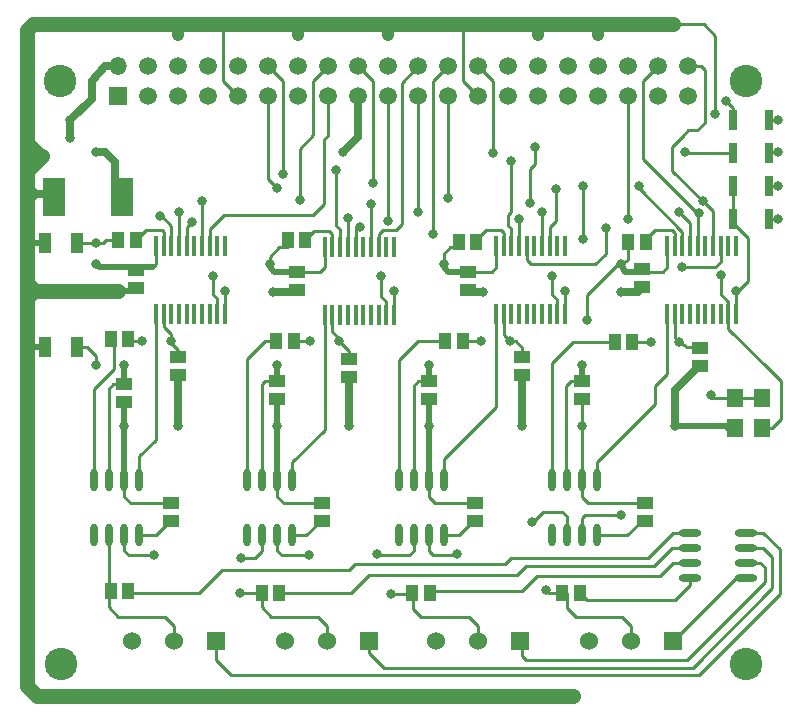
<source format=gtl>
G04 Layer_Physical_Order=1*
G04 Layer_Color=255*
%FSLAX25Y25*%
%MOIN*%
G70*
G01*
G75*
%ADD10R,0.04331X0.05512*%
%ADD11R,0.05512X0.04331*%
%ADD12O,0.02362X0.07480*%
%ADD13R,0.04331X0.06693*%
%ADD14R,0.07283X0.12500*%
%ADD15O,0.07480X0.02362*%
%ADD16R,0.01600X0.07000*%
%ADD17R,0.05500X0.06400*%
%ADD18C,0.02500*%
%ADD19C,0.01000*%
%ADD20C,0.04000*%
%ADD21C,0.02000*%
%ADD22C,0.05000*%
%ADD23R,0.03000X0.06500*%
%ADD24R,0.06000X0.06000*%
%ADD25C,0.06000*%
%ADD26C,0.10800*%
%ADD27R,0.05905X0.05905*%
%ADD28O,0.05905X0.05905*%
%ADD29C,0.05905*%
%ADD30C,0.03200*%
%ADD31C,0.05000*%
D10*
X475953Y336500D02*
D03*
X470047D02*
D03*
X419453D02*
D03*
X413547D02*
D03*
X362453Y337000D02*
D03*
X356547D02*
D03*
X305953Y337000D02*
D03*
X300047D02*
D03*
X471453Y303000D02*
D03*
X465547D02*
D03*
X414953Y303500D02*
D03*
X409047D02*
D03*
X358500Y303500D02*
D03*
X352594D02*
D03*
X297547Y304000D02*
D03*
X303453D02*
D03*
X453905Y219500D02*
D03*
X448000D02*
D03*
X403905Y219370D02*
D03*
X398000D02*
D03*
X353776Y219500D02*
D03*
X347870D02*
D03*
X303453Y220000D02*
D03*
X297547D02*
D03*
D11*
X474500Y321547D02*
D03*
Y327453D02*
D03*
X416500Y320547D02*
D03*
Y326453D02*
D03*
X359500Y320547D02*
D03*
Y326453D02*
D03*
X306000Y321047D02*
D03*
Y326953D02*
D03*
X475500Y243547D02*
D03*
Y249453D02*
D03*
X494000Y300953D02*
D03*
Y295047D02*
D03*
X434500Y298000D02*
D03*
Y292094D02*
D03*
X377000Y297453D02*
D03*
Y291547D02*
D03*
X320000Y297953D02*
D03*
Y292047D02*
D03*
X302000Y288953D02*
D03*
Y283047D02*
D03*
X454500Y289953D02*
D03*
Y284047D02*
D03*
X403500Y289953D02*
D03*
Y284047D02*
D03*
X353000Y290000D02*
D03*
Y284095D02*
D03*
X419000Y243547D02*
D03*
Y249453D02*
D03*
X368000Y243547D02*
D03*
Y249453D02*
D03*
X317500Y243547D02*
D03*
Y249453D02*
D03*
D12*
X444500Y238748D02*
D03*
X449500D02*
D03*
X454500D02*
D03*
X459500D02*
D03*
X444500Y257252D02*
D03*
X449500D02*
D03*
X454500D02*
D03*
X459500D02*
D03*
X393500Y238748D02*
D03*
X398500D02*
D03*
X403500D02*
D03*
X408500D02*
D03*
X393500Y257252D02*
D03*
X398500D02*
D03*
X403500D02*
D03*
X408500D02*
D03*
X343000Y238748D02*
D03*
X348000D02*
D03*
X353000D02*
D03*
X358000D02*
D03*
X343000Y257252D02*
D03*
X348000D02*
D03*
X353000D02*
D03*
X358000D02*
D03*
X292000Y238748D02*
D03*
X297000D02*
D03*
X302000D02*
D03*
X307000D02*
D03*
X292000Y257252D02*
D03*
X297000D02*
D03*
X302000D02*
D03*
X307000D02*
D03*
D13*
X286315Y301500D02*
D03*
X275685D02*
D03*
X286315Y336000D02*
D03*
X275685D02*
D03*
D14*
X301441Y351500D02*
D03*
X278500D02*
D03*
D15*
X509252Y224500D02*
D03*
Y229500D02*
D03*
Y234500D02*
D03*
Y239500D02*
D03*
X490748Y224500D02*
D03*
Y229500D02*
D03*
Y234500D02*
D03*
Y239500D02*
D03*
D16*
X482968Y312400D02*
D03*
X485527D02*
D03*
X488087D02*
D03*
X490646D02*
D03*
X493205D02*
D03*
X495764D02*
D03*
X498323D02*
D03*
X500882D02*
D03*
X503441D02*
D03*
X506000D02*
D03*
Y335000D02*
D03*
X503441D02*
D03*
X500882D02*
D03*
X498323D02*
D03*
X495764D02*
D03*
X493205D02*
D03*
X490646D02*
D03*
X488087D02*
D03*
X485527D02*
D03*
X482968D02*
D03*
X425968Y312400D02*
D03*
X428527D02*
D03*
X431087D02*
D03*
X433646D02*
D03*
X436205D02*
D03*
X438764D02*
D03*
X441323D02*
D03*
X443882D02*
D03*
X446441D02*
D03*
X449000D02*
D03*
Y335000D02*
D03*
X446441D02*
D03*
X443882D02*
D03*
X441323D02*
D03*
X438764D02*
D03*
X436205D02*
D03*
X433646D02*
D03*
X431087D02*
D03*
X428527D02*
D03*
X425968D02*
D03*
X368900Y312050D02*
D03*
X371459D02*
D03*
X374018D02*
D03*
X376577D02*
D03*
X379136D02*
D03*
X381695D02*
D03*
X384254D02*
D03*
X386813D02*
D03*
X389372D02*
D03*
X391932D02*
D03*
Y334650D02*
D03*
X389372D02*
D03*
X386813D02*
D03*
X384254D02*
D03*
X381695D02*
D03*
X379136D02*
D03*
X376577D02*
D03*
X374018D02*
D03*
X371459D02*
D03*
X368900D02*
D03*
X312605Y334950D02*
D03*
X315164D02*
D03*
X317723D02*
D03*
X320282D02*
D03*
X322841D02*
D03*
X325400D02*
D03*
X327959D02*
D03*
X330518D02*
D03*
X333077D02*
D03*
X335636D02*
D03*
Y312350D02*
D03*
X333077D02*
D03*
X330518D02*
D03*
X327959D02*
D03*
X325400D02*
D03*
X322841D02*
D03*
X320282D02*
D03*
X317723D02*
D03*
X315164D02*
D03*
X312605D02*
D03*
D17*
X505500Y274500D02*
D03*
X514500D02*
D03*
X505500Y284500D02*
D03*
X514500D02*
D03*
D18*
X284000Y377000D02*
X291213Y384212D01*
Y390189D01*
X295736Y395090D01*
X299750Y395250D01*
X284000Y371000D02*
Y377000D01*
X418116Y319932D02*
X421500D01*
X473384D02*
X474500Y321047D01*
X467500Y319932D02*
X473384D01*
X351500D02*
X359000D01*
X270000Y316000D02*
X274000Y320000D01*
X270000Y324000D02*
X274000Y320000D01*
X485621Y286976D02*
X493443Y294797D01*
X485621Y275000D02*
Y286976D01*
X434750Y274953D02*
Y292370D01*
X377000Y275000D02*
Y291547D01*
X320000Y275000D02*
Y292047D01*
X270000Y352500D02*
X277500D01*
X299000Y353059D02*
Y363000D01*
X269000Y382500D02*
X269500Y383000D01*
X380000Y371500D02*
Y385000D01*
X375000Y366500D02*
X380000Y371500D01*
X292500Y366500D02*
X295500D01*
X299000Y363000D01*
D19*
X456405Y310500D02*
Y318905D01*
X466500Y329000D01*
X467500D01*
X484750Y360250D02*
X495000Y350000D01*
X484750Y360250D02*
Y368250D01*
X489767Y366500D02*
X490267Y366000D01*
X504500D01*
X484750Y368250D02*
X488375Y371875D01*
X493125Y373625D02*
X495500Y376000D01*
X490125Y373625D02*
X493125D01*
X488375Y371875D02*
X490125Y373625D01*
X495500Y376000D02*
Y393764D01*
X485000Y409000D02*
X495264D01*
X499000Y405264D01*
Y379000D02*
Y405264D01*
X517000Y344000D02*
X520000D01*
X517500Y355000D02*
X520000D01*
X517000Y366500D02*
X520000D01*
X517000Y377000D02*
X520000D01*
X502500Y383500D02*
X505000Y381000D01*
Y378000D02*
Y381000D01*
X501000Y319000D02*
Y325500D01*
Y319000D02*
X503441Y316559D01*
Y312400D02*
Y316559D01*
X444500Y324000D02*
X445500Y325000D01*
X444500Y319154D02*
Y324000D01*
Y319154D02*
X446441Y317213D01*
Y312400D02*
Y317213D01*
X387500Y318372D02*
Y325000D01*
Y318372D02*
X389372Y316500D01*
Y312050D02*
Y316500D01*
X333000Y314500D02*
Y317500D01*
X331500Y319000D02*
X333000Y317500D01*
X331500Y319000D02*
Y325000D01*
X333077Y312350D02*
Y315512D01*
X405000Y339000D02*
Y369500D01*
X314000Y345000D02*
X314500D01*
X317723Y341777D01*
Y334950D02*
Y341777D01*
X475000Y364087D02*
X485000Y354087D01*
X475000Y364087D02*
Y390000D01*
X474000Y354000D02*
Y356000D01*
X475000Y390000D02*
X480000Y395000D01*
X335000Y390000D02*
Y409000D01*
Y390000D02*
X340000Y385000D01*
X415000Y390000D02*
X420000Y385000D01*
X415000Y390000D02*
Y409000D01*
X405000Y369500D02*
Y390000D01*
X410000Y395000D01*
X392500Y340500D02*
X394500Y342500D01*
X388313Y340500D02*
X392500D01*
X394500Y389500D02*
X400000Y395000D01*
X394500Y342500D02*
Y389500D01*
X505000Y342854D02*
Y355500D01*
Y342854D02*
X510000Y337854D01*
Y323500D02*
Y337854D01*
X506500Y320000D02*
X510000Y323500D01*
X506000Y320000D02*
X506500D01*
X495000Y350000D02*
X498323Y346677D01*
Y335000D02*
Y346677D01*
X493205Y342205D02*
Y345882D01*
X485000Y354087D02*
X488220Y350867D01*
X493205Y345882D01*
X488087Y335000D02*
Y339913D01*
X474000Y354000D02*
X488087Y339913D01*
X487000Y346500D02*
X490646Y342854D01*
Y335000D02*
Y342854D01*
X494264Y395000D02*
X495500Y393764D01*
X455000Y337500D02*
Y355000D01*
X488000Y328000D02*
X499000D01*
X500882Y329882D01*
Y335000D01*
X470000Y344000D02*
Y385000D01*
X490000Y395000D02*
X494264D01*
X385000Y357000D02*
Y390000D01*
X380000Y395000D02*
X385000Y390000D01*
X350000Y357500D02*
Y385000D01*
X355000Y359000D02*
Y390000D01*
X350000Y395000D02*
X355000Y390000D01*
X390000Y343500D02*
Y385000D01*
X400000Y346500D02*
Y385000D01*
X386813Y334650D02*
Y339000D01*
X388313Y340500D01*
X374018Y334650D02*
Y340500D01*
X425000Y366000D02*
Y390000D01*
X420000Y395000D02*
X425000Y390000D01*
X323000Y341500D02*
X324500Y343000D01*
X379136Y341136D02*
X379500Y341500D01*
X320282Y334950D02*
Y346500D01*
X323000Y335109D02*
Y341500D01*
X322841Y334950D02*
X323000Y335109D01*
X379136Y334650D02*
Y341136D01*
X384254Y334650D02*
Y349000D01*
X493205Y335000D02*
Y342205D01*
X441323Y335000D02*
Y347500D01*
X476500Y338000D02*
X479000Y340500D01*
X476000Y334500D02*
Y336000D01*
X479000Y340500D02*
X484500D01*
X418500Y336500D02*
X422500Y340500D01*
X427500D01*
X362453Y337000D02*
X365453Y340000D01*
X481468Y326500D02*
X482968Y328000D01*
X473953Y326500D02*
X481468D01*
X484500Y340500D02*
X485527Y339473D01*
Y335000D02*
Y339473D01*
X467500Y329000D02*
X470000Y330500D01*
Y334594D01*
X470094Y334500D01*
X427500Y340500D02*
X428527Y339473D01*
Y335000D02*
Y339473D01*
X419500Y334650D02*
Y335500D01*
X408500Y328000D02*
Y332500D01*
X410650Y334650D01*
X413594D01*
X370459Y340000D02*
X371459Y339000D01*
X368000Y340000D02*
X370459D01*
X365453D02*
X368000D01*
X371459Y334650D02*
Y339000D01*
X350500Y328000D02*
Y331500D01*
X353650Y334650D01*
X356594D01*
X314500Y340500D02*
X315164Y339836D01*
X309453Y340500D02*
X314500D01*
X305953Y337000D02*
X309453Y340500D01*
X315164Y334950D02*
Y339836D01*
X292500Y336000D02*
X295000D01*
X296000Y337000D01*
X300047D01*
X416500Y321547D02*
X418116Y319932D01*
X304953Y320000D02*
X306000Y321047D01*
X391932Y312050D02*
Y319932D01*
X449000Y312400D02*
Y320000D01*
X506000Y312400D02*
Y320000D01*
X335636Y312350D02*
Y320000D01*
X270000Y316000D02*
X274000Y320000D01*
X312605Y329000D02*
Y334950D01*
X312582Y329000D02*
X312605D01*
X311582Y328000D02*
X312582Y329000D01*
X482968Y328000D02*
Y335000D01*
X424495Y326500D02*
X425968Y327973D01*
X416500Y326500D02*
X424495D01*
X359500Y326453D02*
X367348D01*
X368900Y328005D01*
X359500Y325953D02*
X360547Y327000D01*
X425968Y327973D02*
Y335000D01*
X368900Y328005D02*
Y334650D01*
X479000Y282500D02*
Y288500D01*
X464500Y268000D02*
X479000Y282500D01*
X459500Y263000D02*
X464500Y268000D01*
X459500Y257252D02*
Y263000D01*
X459500Y257252D02*
X459500D01*
X479000Y288500D02*
X482968Y292468D01*
Y312400D01*
X434750Y299750D02*
Y301250D01*
X432500Y303500D02*
X434750Y301250D01*
X430500Y303500D02*
X432500D01*
X383500Y225500D02*
X432500D01*
X433000D01*
X436000Y228500D01*
X405000Y232000D02*
X413000D01*
X403500Y233500D02*
X405000Y232000D01*
X434500Y220000D02*
X439500Y225000D01*
X403905Y220000D02*
X434500D01*
X391000Y219000D02*
X395370D01*
X398370Y214130D02*
Y219000D01*
X395370D02*
X398370D01*
X395370D02*
X395370Y219000D01*
X505000Y284500D02*
X514000D01*
X498453D02*
X505000D01*
X497500Y285453D02*
X498453Y284500D01*
X493443Y294797D02*
X494250D01*
X493534Y301419D02*
X494000Y300953D01*
X489767Y301419D02*
X493534D01*
X487000Y303000D02*
X489767Y301419D01*
X471453Y303000D02*
X477500D01*
X485527Y304473D02*
X487000Y303000D01*
X485527Y304473D02*
Y305500D01*
Y312400D01*
X454315Y284047D02*
X454500Y283862D01*
Y275000D02*
Y283862D01*
Y257252D02*
Y275000D01*
X451500Y303000D02*
X465547D01*
X444500Y296000D02*
X451500Y303000D01*
X444500Y257252D02*
Y296000D01*
X428527Y305473D02*
X430500Y303500D01*
X428527Y305473D02*
Y312400D01*
X408500Y264000D02*
X425968Y281468D01*
X408500Y258041D02*
Y264000D01*
Y258041D02*
X409289Y257252D01*
X425968Y281468D02*
Y312400D01*
X414953Y303500D02*
X421000D01*
X399953D02*
X409047D01*
X393500Y297047D02*
X399953Y303500D01*
X393500Y257252D02*
Y297047D01*
X312605Y281041D02*
Y307395D01*
X371459Y306541D02*
Y312050D01*
Y306541D02*
X373500Y304500D01*
Y303500D02*
Y304500D01*
X377000Y298323D02*
Y300000D01*
X373500Y303500D02*
X377000Y300000D01*
X358500Y303500D02*
X364000D01*
X358000Y257252D02*
Y263000D01*
X368900Y273900D01*
Y312050D01*
X349000Y303500D02*
X352594D01*
X343000Y297500D02*
X349000Y303500D01*
X343000Y257252D02*
Y297500D01*
X320000Y275000D02*
X320000Y275000D01*
X320000Y297953D02*
Y300282D01*
X317500Y302782D02*
X320000Y300282D01*
X317500Y302782D02*
Y303500D01*
X317500Y303500D02*
X318500D01*
X317500Y303500D02*
X317500Y303500D01*
X317500Y303500D02*
Y305895D01*
X315164Y308232D02*
X317500Y305895D01*
X315164Y308232D02*
Y312350D01*
X304500Y303500D02*
X308000D01*
X312605Y307395D02*
Y312350D01*
Y270605D02*
Y281041D01*
X298500Y294000D02*
Y303500D01*
X292000Y287500D02*
X298500Y294000D01*
X292000Y257252D02*
Y287500D01*
X298323Y288953D02*
X302000D01*
X296870Y287500D02*
X298323Y288953D01*
X307000Y265000D02*
X312605Y270605D01*
X307000Y257252D02*
Y265000D01*
X449370Y257382D02*
X449500Y257252D01*
X449370Y257382D02*
Y288276D01*
X451047Y289953D01*
X454500D01*
X398500Y257252D02*
Y288500D01*
X399953Y289953D01*
X403500D01*
X348000Y257252D02*
Y289000D01*
X349000Y290000D01*
X353000D01*
X296870Y257382D02*
X297000Y257252D01*
X296870Y257382D02*
Y287500D01*
X436000Y228500D02*
X478500D01*
X431000Y231000D02*
X476500D01*
X429000Y229000D02*
X431000Y231000D01*
X379000Y229000D02*
X429000D01*
X377000Y227000D02*
X379000Y229000D01*
X334500Y227000D02*
X377000D01*
X386000Y232500D02*
X386500D01*
Y232000D02*
Y232500D01*
Y232000D02*
X397000D01*
X398500Y233500D01*
Y238748D01*
X341000Y231000D02*
X345500D01*
X348000Y233500D01*
Y238748D01*
X297000Y221500D02*
X297500Y221000D01*
X297000Y221500D02*
Y238748D01*
X297547Y220000D02*
X297547Y220000D01*
X403000Y284095D02*
X403500Y283594D01*
X453905Y219500D02*
X456405Y217000D01*
X469748Y238748D02*
X474500Y243500D01*
X413677Y238748D02*
X417929Y243000D01*
X362748Y238748D02*
X366500Y242500D01*
X312748Y238748D02*
X317000Y243000D01*
X286315Y336000D02*
X292500D01*
Y295500D02*
Y298500D01*
X289500Y301500D02*
X292500Y298500D01*
X286315Y301500D02*
X289500D01*
X270000Y349000D02*
X273500Y352500D01*
X269500Y356500D02*
X273500Y352500D01*
X353776Y219500D02*
X377500D01*
X383500Y225500D01*
X485000Y239500D02*
X490748D01*
X476500Y231000D02*
X485000Y239500D01*
X327000Y219500D02*
X334500Y227000D01*
X303453Y219500D02*
X327000D01*
X455500Y245500D02*
X467500D01*
X454500Y244500D02*
X455500Y245500D01*
X454500Y238748D02*
Y244500D01*
X484500Y234500D02*
X490748D01*
X478500Y228500D02*
X484500Y234500D01*
X340630Y219500D02*
X347870D01*
X480500Y225000D02*
X485000Y229500D01*
X439500Y225000D02*
X480500D01*
X485000Y229500D02*
X490748D01*
X485500Y217000D02*
X490748Y222248D01*
X456405Y217000D02*
X485500D01*
X443500Y219500D02*
X449370D01*
X442500Y220500D02*
X443500Y219500D01*
X438000Y243000D02*
X438500Y243500D01*
X441500Y246500D01*
X448000D01*
X449500Y245000D01*
Y238748D02*
Y245000D01*
X490748Y222248D02*
Y224500D01*
X514000Y229500D02*
X515500Y228000D01*
Y223000D02*
Y228000D01*
X489500Y197000D02*
X515500Y223000D01*
X520500Y219000D02*
Y234000D01*
X515000Y239500D02*
X520500Y234000D01*
X511252Y239500D02*
X515000D01*
X493500Y192000D02*
X520500Y219000D01*
X337500Y192000D02*
X493500D01*
X518000Y221000D02*
Y231500D01*
X515000Y234500D02*
X518000Y231500D01*
X511252Y234500D02*
X515000D01*
X491500Y194500D02*
X518000Y221000D01*
X388500Y194500D02*
X491500D01*
X511252Y229500D02*
X514000D01*
X436000Y197000D02*
X489500D01*
X332500D02*
X337500Y192000D01*
X332500Y197000D02*
Y203500D01*
X383500Y199500D02*
X388500Y194500D01*
X383500Y199500D02*
Y203500D01*
X506000Y224500D02*
X511252D01*
X485000Y203500D02*
X506000Y224500D01*
X434500Y198500D02*
X436000Y197000D01*
X434500Y198500D02*
Y203000D01*
X434000Y203500D02*
X434500Y203000D01*
X303500Y232000D02*
X312000D01*
X302000Y233500D02*
X303500Y232000D01*
X354500D02*
X363500D01*
X353000Y233500D02*
X354500Y232000D01*
X353000Y233500D02*
Y238748D01*
X403500Y233500D02*
Y238748D01*
X484750Y409750D02*
X485000Y410000D01*
X484500D02*
X485000Y409500D01*
Y410000D01*
X274000Y365000D02*
X274500D01*
X471000Y203500D02*
Y208500D01*
X468000Y211500D02*
X471000Y208500D01*
X452500Y211500D02*
X468000D01*
X449500Y214500D02*
X452500Y211500D01*
X449500Y214500D02*
Y219370D01*
X449370Y219500D02*
X449500Y219370D01*
X420000Y203500D02*
Y208500D01*
X417000Y211500D02*
X420000Y208500D01*
X401000Y211500D02*
X417000D01*
X398370Y214130D02*
X401000Y211500D01*
X369500Y203500D02*
Y208500D01*
X366500Y211500D02*
X369500Y208500D01*
X351000Y211500D02*
X366500D01*
X347870Y214630D02*
X351000Y211500D01*
X347870Y214630D02*
Y219500D01*
X318500Y203500D02*
Y208500D01*
X315500Y211500D02*
X318500Y208500D01*
X300000Y211500D02*
X315500D01*
X296870Y214630D02*
X300000Y211500D01*
X296870Y214630D02*
Y219500D01*
X459500Y238748D02*
X469748D01*
X485000Y203500D02*
X485500Y204000D01*
X454500Y251500D02*
Y257252D01*
Y251500D02*
X456685Y249315D01*
X476000D01*
X408500Y238748D02*
X413677D01*
X434000Y203500D02*
X434500Y204000D01*
X403500Y251500D02*
Y257252D01*
Y251500D02*
X405685Y249315D01*
X420248D01*
X358000Y238748D02*
X362748D01*
X383500Y203500D02*
X384000Y204000D01*
X353000Y251500D02*
Y257252D01*
Y251500D02*
X355185Y249315D01*
X369748D01*
X304185D02*
X318748D01*
X302000Y251500D02*
X304185Y249315D01*
X302000Y251500D02*
Y257252D01*
Y233500D02*
Y238748D01*
X332500Y203500D02*
X333000Y204000D01*
X307000Y238748D02*
X312748D01*
X327959Y334950D02*
Y350000D01*
X518047Y274500D02*
X521000Y277453D01*
X514500Y274500D02*
X518047D01*
X503441Y307559D02*
Y312400D01*
Y307559D02*
X516500Y294500D01*
X521000Y290000D01*
Y277453D02*
Y290000D01*
X376577Y334650D02*
Y344500D01*
X410000Y351000D02*
Y385000D01*
X330518Y334950D02*
Y338018D01*
Y340654D01*
X370000Y372000D02*
Y385000D01*
X436205Y330295D02*
Y335000D01*
Y330295D02*
X437500Y329000D01*
X459000D01*
X462500Y332500D01*
Y341000D01*
X430000Y342000D02*
X431087Y340913D01*
Y335000D02*
Y340913D01*
X433646Y335000D02*
Y344000D01*
X430000Y342000D02*
Y345413D01*
X431087Y346500D01*
Y363500D01*
X443882Y335000D02*
Y341382D01*
X446000Y343500D01*
Y354000D01*
X439000Y362500D02*
Y368000D01*
X437234Y360734D02*
X439000Y362500D01*
X437234Y349500D02*
Y360734D01*
X320000Y346782D02*
X320282Y346500D01*
X379500Y341500D02*
X380500D01*
X330518Y340654D02*
X335364Y345500D01*
X372500Y342018D02*
X374018Y340500D01*
X372500Y342018D02*
Y361000D01*
X365000Y390000D02*
X370000Y395000D01*
X365000Y372000D02*
Y390000D01*
X360500Y367500D02*
X365000Y372000D01*
X360500Y361500D02*
Y367500D01*
Y350500D02*
Y361500D01*
X368500Y370500D02*
X370000Y372000D01*
X335364Y345500D02*
X365000D01*
X368500Y349000D01*
Y370500D01*
X350000Y357500D02*
X353000Y354500D01*
D20*
X460000Y405500D02*
Y409000D01*
X440000Y405500D02*
Y409000D01*
X390000Y405500D02*
Y409000D01*
X360000Y405500D02*
Y409000D01*
X320000Y405500D02*
Y409000D01*
D21*
X293500Y328000D02*
X311582D01*
X292500Y329000D02*
X293500Y328000D01*
X469000Y326500D02*
X473953D01*
X467500Y329000D02*
X469000Y326500D01*
X300000Y320000D02*
X304953D01*
X350500Y328000D02*
X352000Y326500D01*
X408500Y328000D02*
X410000Y326500D01*
X416500D01*
X352000D02*
X359500D01*
X485621Y275000D02*
X502595D01*
X503500Y274095D01*
X302000Y288953D02*
Y295500D01*
X454500Y289953D02*
Y295500D01*
X403500Y277500D02*
Y283594D01*
X302000Y277500D02*
Y281732D01*
X353000Y277500D02*
Y284095D01*
X403500Y290000D02*
Y295370D01*
X353000Y290000D02*
Y295500D01*
X269500Y301500D02*
X275685D01*
X269500Y336000D02*
X275185D01*
X302000Y257252D02*
Y277500D01*
X353000Y257252D02*
Y277500D01*
X403500Y257252D02*
Y277500D01*
D22*
X269500Y320000D02*
X300000D01*
X269500Y356500D02*
Y372500D01*
X443000Y409000D02*
X456500D01*
X269500Y369500D02*
Y383000D01*
Y369500D02*
X274000Y365000D01*
X269500Y360000D02*
X274500Y365000D01*
X276500Y185000D02*
X451500D01*
X393000Y409000D02*
X437000D01*
X324000D02*
X356000D01*
X316000D02*
X324000D01*
X356000D02*
X364000D01*
X386000D01*
X394000D01*
X437000D02*
X443000D01*
X456500D02*
X464000D01*
X485000D01*
X269500Y188500D02*
Y360000D01*
Y188500D02*
X271250Y186750D01*
X273000Y185000D01*
X276500D01*
X269500Y383000D02*
Y407000D01*
X271500Y409000D01*
X316000D01*
D23*
X505000Y344250D02*
D03*
X517000D02*
D03*
Y355250D02*
D03*
X505000D02*
D03*
X517000Y366250D02*
D03*
X505000D02*
D03*
Y377250D02*
D03*
X517000D02*
D03*
D24*
X485000Y203500D02*
D03*
X434000D02*
D03*
X383500D02*
D03*
X332500D02*
D03*
D25*
X471000D02*
D03*
X457000D02*
D03*
X420000D02*
D03*
X406000D02*
D03*
X369500D02*
D03*
X355500D02*
D03*
X304500D02*
D03*
X318500D02*
D03*
D26*
X509173Y390000D02*
D03*
X280500D02*
D03*
X509173Y195835D02*
D03*
X280827D02*
D03*
D27*
X300000Y385000D02*
D03*
D28*
Y395000D02*
D03*
D29*
X310000Y385000D02*
D03*
Y395000D02*
D03*
X320000Y385000D02*
D03*
Y395000D02*
D03*
X330000Y385000D02*
D03*
Y395000D02*
D03*
X340000Y385000D02*
D03*
Y395000D02*
D03*
X350000Y385000D02*
D03*
Y395000D02*
D03*
X360000Y385000D02*
D03*
Y395000D02*
D03*
X370000Y385000D02*
D03*
Y395000D02*
D03*
X380000Y385000D02*
D03*
Y395000D02*
D03*
X390000Y385000D02*
D03*
Y395000D02*
D03*
X400000Y385000D02*
D03*
Y395000D02*
D03*
X410000Y385000D02*
D03*
Y395000D02*
D03*
X420000Y385000D02*
D03*
Y395000D02*
D03*
X430000Y385000D02*
D03*
Y395000D02*
D03*
X440000Y385000D02*
D03*
Y395000D02*
D03*
X450000Y385000D02*
D03*
Y395000D02*
D03*
X460000Y385000D02*
D03*
Y395000D02*
D03*
X470000Y385000D02*
D03*
Y395000D02*
D03*
X480000Y385000D02*
D03*
Y395000D02*
D03*
X490000Y385000D02*
D03*
Y395000D02*
D03*
D30*
X284000Y371000D02*
D03*
Y377000D02*
D03*
X456405Y310500D02*
D03*
X489000Y366500D02*
D03*
X499000Y379000D02*
D03*
X502500Y383500D02*
D03*
X320000Y405500D02*
D03*
X360000D02*
D03*
X390000D02*
D03*
X440000D02*
D03*
X460000D02*
D03*
X501000Y325500D02*
D03*
X444500Y325000D02*
D03*
X387500D02*
D03*
X331500D02*
D03*
X473500Y355000D02*
D03*
X405000Y339000D02*
D03*
X314000Y345000D02*
D03*
X520000Y344000D02*
D03*
Y355000D02*
D03*
Y366500D02*
D03*
Y377000D02*
D03*
X495000Y350000D02*
D03*
X493500Y346000D02*
D03*
X487000Y346500D02*
D03*
X488000Y328000D02*
D03*
X431087Y363500D02*
D03*
X446000Y354000D02*
D03*
X425000Y366000D02*
D03*
X324500Y343000D02*
D03*
X320282Y346500D02*
D03*
X408500Y329000D02*
D03*
X350500D02*
D03*
X467500Y319932D02*
D03*
X421500D02*
D03*
X351500D02*
D03*
X506000Y320000D02*
D03*
X449000D02*
D03*
X392000D02*
D03*
X335500D02*
D03*
X434750Y274953D02*
D03*
X467500Y329000D02*
D03*
X292500D02*
D03*
X413000Y232500D02*
D03*
X391000Y219000D02*
D03*
X497500Y285453D02*
D03*
X485500Y275000D02*
D03*
X477500Y303000D02*
D03*
X487000D02*
D03*
X454500Y275000D02*
D03*
X308000Y303500D02*
D03*
X377000Y275000D02*
D03*
X430500Y303500D02*
D03*
X421000D02*
D03*
X373500D02*
D03*
X364000D02*
D03*
X320000Y275000D02*
D03*
X317500Y303500D02*
D03*
X302000Y295500D02*
D03*
Y275000D02*
D03*
X353000D02*
D03*
X403500D02*
D03*
X269500D02*
D03*
X454500Y295500D02*
D03*
X403500Y295370D02*
D03*
X353000Y295500D02*
D03*
X386250Y232500D02*
D03*
X341000Y231000D02*
D03*
X451500Y185000D02*
D03*
X400500D02*
D03*
X350500D02*
D03*
X299500D02*
D03*
X467500Y245500D02*
D03*
X442500Y220500D02*
D03*
X438000Y243000D02*
D03*
X363500Y232000D02*
D03*
X340630Y219500D02*
D03*
X312000Y232000D02*
D03*
X292500Y336000D02*
D03*
X275000Y365000D02*
D03*
X292500Y295500D02*
D03*
X390000Y343500D02*
D03*
X400000Y346500D02*
D03*
X470000Y344000D02*
D03*
X455000Y337500D02*
D03*
X462500Y341000D02*
D03*
X433646Y344000D02*
D03*
X455000Y355000D02*
D03*
X441323Y346500D02*
D03*
X439000Y368000D02*
D03*
X437234Y349500D02*
D03*
X327959Y350000D02*
D03*
X384254Y349000D02*
D03*
X410000Y351000D02*
D03*
X380500Y341500D02*
D03*
X376577Y344500D02*
D03*
X372500Y360500D02*
D03*
X385000Y356071D02*
D03*
X355000Y359000D02*
D03*
X360500Y350500D02*
D03*
X375000Y366500D02*
D03*
X292500D02*
D03*
X353000Y354500D02*
D03*
X292500Y366500D02*
D03*
D31*
X300000Y320000D02*
D03*
X485000Y409000D02*
D03*
X415000D02*
D03*
X335000D02*
D03*
M02*

</source>
